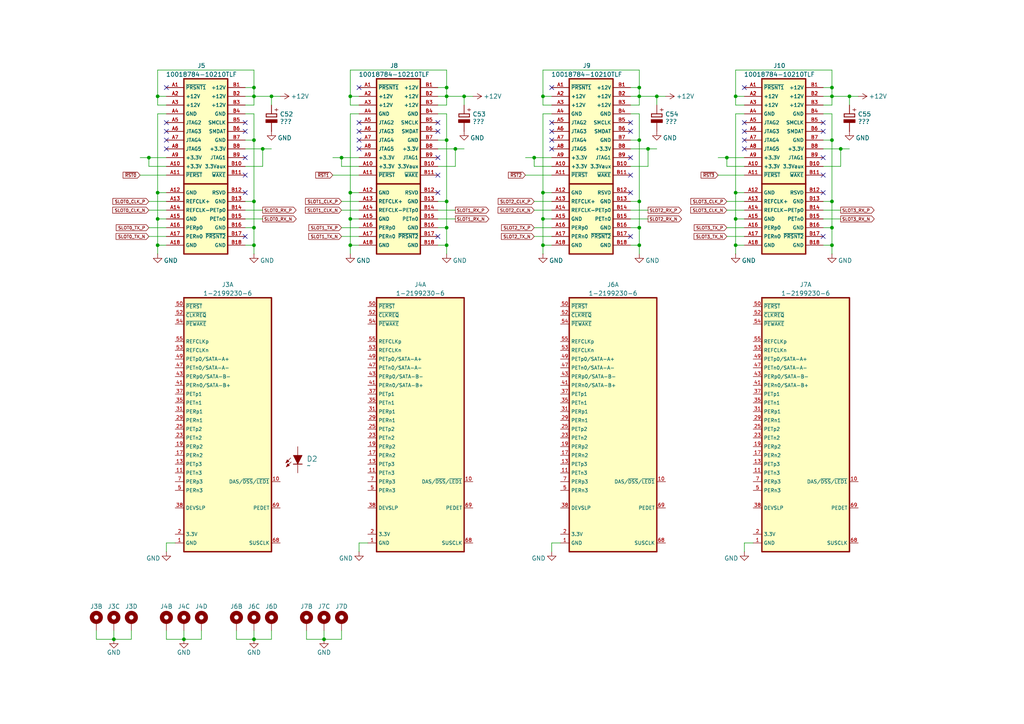
<source format=kicad_sch>
(kicad_sch (version 20231120) (generator "eeschema") (generator_version "8.0")
  (paper "A4")
  (title_block (date "2024-12-12") (rev "r1B1") (company "Chili.CHIPS"))
  (lib_symbols
    (symbol "PCM_Chili-chips:10018784-10210TLF"
      (property "Reference" "J" (at 0 0.635 0))
      (property "Value" "10018784-10210TLF" (at -4.445 -53.34 0))
      (symbol "10018784-10210TLF_1_0"
        (polyline (pts (xy 0 -30.48) (xy 12.7 -30.48)) (stroke (width 0.4064)))
        (rectangle (start 0 0) (end 12.7 -50.8) (stroke (width 0.4064)) (fill (type background)))
        (pin passive line (at -5.08 -2.54 0) (length 5.08) (name "~{PRSNT1}") (number "A1"))
        (pin power_in line (at -5.08 -25.4 0) (length 5.08) (name "+3.3V") (number "A10"))
        (pin input line (at -5.08 -27.94 0) (length 5.08) (name "~{PERST}") (number "A11"))
        (pin power_in line (at -5.08 -33.02 0) (length 5.08) (name "GND") (number "A12"))
        (pin input line (at -5.08 -35.56 0) (length 5.08) (name "REFCLK+") (number "A13"))
        (pin input line (at -5.08 -38.1 0) (length 5.08) (name "REFCLK-") (number "A14"))
        (pin power_in line (at -5.08 -40.64 0) (length 5.08) (name "GND") (number "A15"))
        (pin output line (at -5.08 -43.18 0) (length 5.08) (name "PERp0") (number "A16"))
        (pin output line (at -5.08 -45.72 0) (length 5.08) (name "PERn0") (number "A17"))
        (pin power_in line (at -5.08 -48.26 0) (length 5.08) (name "GND") (number "A18"))
        (pin power_in line (at -5.08 -5.08 0) (length 5.08) (name "+12V") (number "A2"))
        (pin power_in line (at -5.08 -7.62 0) (length 5.08) (name "+12V") (number "A3"))
        (pin power_in line (at -5.08 -10.16 0) (length 5.08) (name "GND") (number "A4"))
        (pin input line (at -5.08 -12.7 0) (length 5.08) (name "JTAG2") (number "A5"))
        (pin input line (at -5.08 -15.24 0) (length 5.08) (name "JTAG3") (number "A6"))
        (pin output line (at -5.08 -17.78 0) (length 5.08) (name "JTAG4") (number "A7"))
        (pin input line (at -5.08 -20.32 0) (length 5.08) (name "JTAG5") (number "A8"))
        (pin power_in line (at -5.08 -22.86 0) (length 5.08) (name "+3.3V") (number "A9"))
        (pin power_in line (at 17.78 -2.54 180) (length 5.08) (name "+12V") (number "B1"))
        (pin passive line (at 17.78 -25.4 180) (length 5.08) (name "3.3Vaux") (number "B10"))
        (pin open_collector line (at 17.78 -27.94 180) (length 5.08) (name "~{WAKE}") (number "B11"))
        (pin passive line (at 17.78 -33.02 180) (length 5.08) (name "RSVD") (number "B12"))
        (pin power_in line (at 17.78 -35.56 180) (length 5.08) (name "GND") (number "B13"))
        (pin input line (at 17.78 -38.1 180) (length 5.08) (name "PETp0") (number "B14"))
        (pin input line (at 17.78 -40.64 180) (length 5.08) (name "PETn0") (number "B15"))
        (pin power_in line (at 17.78 -43.18 180) (length 5.08) (name "GND") (number "B16"))
        (pin passive line (at 17.78 -45.72 180) (length 5.08) (name "~{PRSNT2}") (number "B17"))
        (pin power_in line (at 17.78 -48.26 180) (length 5.08) (name "GND") (number "B18"))
        (pin power_in line (at 17.78 -5.08 180) (length 5.08) (name "+12V") (number "B2"))
        (pin input line (at 17.78 -7.62 180) (length 5.08) (name "+12V") (number "B3"))
        (pin power_in line (at 17.78 -10.16 180) (length 5.08) (name "GND") (number "B4"))
        (pin input line (at 17.78 -12.7 180) (length 5.08) (name "SMCLK") (number "B5"))
        (pin bidirectional line (at 17.78 -15.24 180) (length 5.08) (name "SMDAT") (number "B6"))
        (pin power_in line (at 17.78 -17.78 180) (length 5.08) (name "GND") (number "B7"))
        (pin power_in line (at 17.78 -20.32 180) (length 5.08) (name "+3.3V") (number "B8"))
        (pin input line (at 17.78 -22.86 180) (length 5.08) (name "JTAG1") (number "B9"))
      )
    )
    (symbol "PCM_Chili-chips:Bus_M.2_Socket (with holes) 80 mm"
      (property "Reference" "J" (at 0 1.016 0))
      (symbol "Bus_M.2_Socket (with holes) 80 mm_1_1"
        (rectangle (start 0 0) (end 25.4 -73.66) (stroke (width 0.4064)) (fill (type background)))
        (pin power_in line (at -2.54 -71.12 0) (length 2.54) (name "GND") (number "1"))
        (pin bidirectional line (at 27.94 -53.34 180) (length 2.54) (name "DAS/~{DSS}/~{LED1}") (number "10"))
        (pin output line (at -2.54 -50.8 0) (length 2.54) (name "PETn3") (number "11"))
        (pin passive line (at -2.54 -68.58 0) (length 2.54) hide (name "3.3V") (number "12"))
        (pin output line (at -2.54 -48.26 0) (length 2.54) (name "PETp3") (number "13"))
        (pin passive line (at -2.54 -68.58 0) (length 2.54) hide (name "3.3V") (number "14"))
        (pin passive line (at -2.54 -71.12 0) (length 2.54) hide (name "GND") (number "15"))
        (pin passive line (at -2.54 -68.58 0) (length 2.54) hide (name "3.3V") (number "16"))
        (pin input line (at -2.54 -45.72 0) (length 2.54) (name "PERn2") (number "17"))
        (pin passive line (at -2.54 -68.58 0) (length 2.54) hide (name "3.3V") (number "18"))
        (pin input line (at -2.54 -43.18 0) (length 2.54) (name "PERp2") (number "19"))
        (pin power_in line (at -2.54 -68.58 0) (length 2.54) (name "3.3V") (number "2"))
        (pin no_connect line (at 27.94 -40.64 180) (length 2.54) hide (name "NC") (number "20"))
        (pin passive line (at -2.54 -71.12 0) (length 2.54) hide (name "GND") (number "21"))
        (pin no_connect line (at 27.94 -38.1 180) (length 2.54) hide (name "NC") (number "22"))
        (pin output line (at -2.54 -40.64 0) (length 2.54) (name "PETn2") (number "23"))
        (pin no_connect line (at 27.94 -35.56 180) (length 2.54) hide (name "NC") (number "24"))
        (pin output line (at -2.54 -38.1 0) (length 2.54) (name "PETp2") (number "25"))
        (pin no_connect line (at 27.94 -33.02 180) (length 2.54) hide (name "NC") (number "26"))
        (pin passive line (at -2.54 -71.12 0) (length 2.54) hide (name "GND") (number "27"))
        (pin no_connect line (at 27.94 -30.48 180) (length 2.54) hide (name "NC") (number "28"))
        (pin input line (at -2.54 -35.56 0) (length 2.54) (name "PERn1") (number "29"))
        (pin passive line (at -2.54 -71.12 0) (length 2.54) hide (name "GND") (number "3"))
        (pin no_connect line (at 27.94 -27.94 180) (length 2.54) hide (name "NC") (number "30"))
        (pin input line (at -2.54 -33.02 0) (length 2.54) (name "PERp1") (number "31"))
        (pin no_connect line (at 27.94 -25.4 180) (length 2.54) hide (name "NC") (number "32"))
        (pin passive line (at -2.54 -71.12 0) (length 2.54) hide (name "GND") (number "33"))
        (pin no_connect line (at 27.94 -22.86 180) (length 2.54) hide (name "NC") (number "34"))
        (pin output line (at -2.54 -30.48 0) (length 2.54) (name "PETn1") (number "35"))
        (pin no_connect line (at 27.94 -20.32 180) (length 2.54) hide (name "NC") (number "36"))
        (pin output line (at -2.54 -27.94 0) (length 2.54) (name "PETp1") (number "37"))
        (pin output line (at -2.54 -60.96 0) (length 2.54) (name "DEVSLP") (number "38"))
        (pin passive line (at -2.54 -71.12 0) (length 2.54) hide (name "GND") (number "39"))
        (pin passive line (at -2.54 -68.58 0) (length 2.54) hide (name "3.3V") (number "4"))
        (pin no_connect line (at 27.94 -17.78 180) (length 2.54) hide (name "NC") (number "40"))
        (pin input line (at -2.54 -25.4 0) (length 2.54) (name "PERn0/SATA-B+") (number "41"))
        (pin no_connect line (at 27.94 -15.24 180) (length 2.54) hide (name "NC") (number "42"))
        (pin input line (at -2.54 -22.86 0) (length 2.54) (name "PERp0/SATA-B-") (number "43"))
        (pin no_connect line (at 27.94 -12.7 180) (length 2.54) hide (name "NC") (number "44"))
        (pin passive line (at -2.54 -71.12 0) (length 2.54) hide (name "GND") (number "45"))
        (pin no_connect line (at 27.94 -10.16 180) (length 2.54) hide (name "NC") (number "46"))
        (pin output line (at -2.54 -20.32 0) (length 2.54) (name "PETn0/SATA-A-") (number "47"))
        (pin no_connect line (at 27.94 -7.62 180) (length 2.54) hide (name "NC") (number "48"))
        (pin output line (at -2.54 -17.78 0) (length 2.54) (name "PETp0/SATA-A+") (number "49"))
        (pin input line (at -2.54 -55.88 0) (length 2.54) (name "PERn3") (number "5"))
        (pin output line (at -2.54 -2.54 0) (length 2.54) (name "~{PERST}") (number "50"))
        (pin passive line (at -2.54 -71.12 0) (length 2.54) hide (name "GND") (number "51"))
        (pin bidirectional line (at -2.54 -5.08 0) (length 2.54) (name "~{CLKREQ}") (number "52"))
        (pin input line (at -2.54 -15.24 0) (length 2.54) (name "REFCLKn") (number "53"))
        (pin bidirectional line (at -2.54 -7.62 0) (length 2.54) (name "~{PEWAKE}") (number "54"))
        (pin input line (at -2.54 -12.7 0) (length 2.54) (name "REFCLKp") (number "55"))
        (pin no_connect line (at 27.94 -5.08 180) (length 2.54) hide (name "NC") (number "56"))
        (pin passive line (at -2.54 -71.12 0) (length 2.54) hide (name "GND") (number "57"))
        (pin no_connect line (at 27.94 -2.54 180) (length 2.54) hide (name "NC") (number "58"))
        (pin no_connect line (at 27.94 -45.72 180) (length 2.54) hide (name "NC") (number "6"))
        (pin no_connect line (at 27.94 -48.26 180) (length 2.54) hide (name "NC") (number "67"))
        (pin output line (at 27.94 -71.12 180) (length 2.54) (name "SUSCLK") (number "68"))
        (pin passive line (at 27.94 -60.96 180) (length 2.54) (name "PEDET") (number "69"))
        (pin input line (at -2.54 -53.34 0) (length 2.54) (name "PERp3") (number "7"))
        (pin passive line (at -2.54 -68.58 0) (length 2.54) hide (name "3.3V") (number "70"))
        (pin passive line (at -2.54 -71.12 0) (length 2.54) hide (name "GND") (number "71"))
        (pin passive line (at -2.54 -68.58 0) (length 2.54) hide (name "3.3V") (number "72"))
        (pin passive line (at -2.54 -71.12 0) (length 2.54) hide (name "GND") (number "73"))
        (pin passive line (at -2.54 -68.58 0) (length 2.54) hide (name "3.3V") (number "74"))
        (pin passive line (at -2.54 -71.12 0) (length 2.54) hide (name "GND") (number "75"))
        (pin passive line (at -2.54 -71.12 0) (length 2.54) hide (name "GND") (number "76"))
        (pin passive line (at -2.54 -71.12 0) (length 2.54) hide (name "GND") (number "77"))
        (pin no_connect line (at 27.94 -43.18 180) (length 2.54) hide (name "NC") (number "8"))
        (pin passive line (at -2.54 -71.12 0) (length 2.54) hide (name "GND") (number "9"))
      )
      (symbol "Bus_M.2_Socket (with holes) 80 mm_2_1"
        (circle (center 0 3.81) (radius 1.27) (stroke (width 1.27)))
        (pin passive line (at 0 0 90) (length 2.54) (name "Gnd") (number "GND"))
      )
      (symbol "Bus_M.2_Socket (with holes) 80 mm_3_1"
        (circle (center 0 3.81) (radius 1.27) (stroke (width 1.27)))
        (pin passive line (at 0 0 90) (length 2.54) (name "Gnd") (number "GND"))
      )
      (symbol "Bus_M.2_Socket (with holes) 80 mm_4_1"
        (circle (center 0 3.81) (radius 1.27) (stroke (width 1.27)))
        (pin passive line (at 0 0 90) (length 2.54) (name "Gnd") (number "GND"))
      )
    )
    (symbol "PCM_EEZ_discretes:DIODE_LED"
      (property "Reference" "D" (at 1.905 0.635 0))
      (symbol "DIODE_LED_1_0"
        (polyline (pts (xy -2.032 1.778) (xy -3.429 0.381)) (stroke (width 0.1524)))
        (polyline (pts (xy -1.905 0.635) (xy -3.302 -0.762)) (stroke (width 0.1524)))
        (polyline (pts (xy 0 0) (xy -1.27 0)) (stroke (width 0.254)))
        (polyline (pts (xy 0 2.54) (xy 0 0)) (stroke (width 0.1524)))
        (polyline (pts (xy 1.27 0) (xy 0 0)) (stroke (width 0.254)))
        (pin passive line (at 0 5.08 270) (length 2.54) (name "A") (number "A"))
        (pin passive line (at 0 -2.54 90) (length 2.54) (name "C") (number "C"))
      )
      (symbol "DIODE_LED_1_1"
        (polyline (pts (xy -3.429 0.381) (xy -3.048 1.27) (xy -2.54 0.762) (xy -3.429 0.381)) (fill (type outline)))
        (polyline (pts (xy -3.302 -0.762) (xy -2.921 0.127) (xy -2.413 -0.381) (xy -3.302 -0.762)) (fill (type outline)))
        (polyline (pts (xy -1.27 2.54) (xy 1.27 2.54) (xy 0 0) (xy -1.27 2.54)) (fill (type outline)))
      )
    )
    (symbol "PCM_EEZ_passives:ECAP"
      (property "Reference" "C" (at 1.143 0.4826 0))
      (symbol "ECAP_1_0"
        (rectangle (start -1.651 -2.54) (end 1.651 -1.651) (fill (type outline)))
        (polyline (pts (xy -1.524 -0.889) (xy 1.524 -0.889)) (stroke (width 0.254)))
        (polyline (pts (xy -1.524 0) (xy -1.524 -0.889)) (stroke (width 0.254)))
        (polyline (pts (xy -1.524 0) (xy 1.524 0)) (stroke (width 0.254)))
        (polyline (pts (xy 1.524 -0.889) (xy 1.524 0)) (stroke (width 0.254)))
        (text "+" (at -0.5842 0.4064 900) (effects (font (size 1.27 1.0795)) (justify left bottom)))
        (pin passive line (at 0 2.54 270) (length 2.54) (name "+") (number "+"))
        (pin passive line (at 0 -5.08 90) (length 2.54) (name "-") (number "-"))
      )
    )
    (symbol "power:+12V" (power) (pin_numbers hide) (pin_names (offset 0) hide)
      (property "Value" "+12V" (at 0 3.556 0))
      (symbol "+12V_0_1"
        (polyline (pts (xy -0.762 1.27) (xy 0 2.54)))
        (polyline (pts (xy 0 0) (xy 0 2.54)))
        (polyline (pts (xy 0 2.54) (xy 0.762 1.27)))
      )
      (symbol "+12V_1_1"
        (pin power_in line (at 0 0 90) (length 0) (name "~") (number "1"))
      )
    )
    (symbol "power:GND" (power) (pin_numbers hide) (pin_names (offset 0) hide)
      (property "Value" "GND" (at 0 -3.81 0))
      (symbol "GND_0_1"
        (polyline (pts (xy 0 0) (xy 0 -1.27) (xy 1.27 -1.27) (xy 0 -2.54) (xy -1.27 -1.27) (xy 0 -1.27)))
      )
      (symbol "GND_1_1"
        (pin power_in line (at 0 0 270) (length 0) (name "~") (number "1"))
      )
    )
  )
  (junction (at 73.66 25.4))
  (junction (at 185.42 27.94))
  (junction (at 246.38 27.94))
  (junction (at 99.06 45.72))
  (junction (at 45.72 63.5))
  (junction (at 101.6 63.5))
  (junction (at 129.54 40.64))
  (junction (at 157.48 63.5))
  (junction (at 129.54 58.42))
  (junction (at 157.48 27.94))
  (junction (at 73.66 27.94))
  (junction (at 129.54 27.94))
  (junction (at 134.62 27.94))
  (junction (at 213.36 63.5))
  (junction (at 190.5 27.94))
  (junction (at 241.3 25.4))
  (junction (at 213.36 27.94))
  (junction (at 45.72 27.94))
  (junction (at 241.3 58.42))
  (junction (at 185.42 40.64))
  (junction (at 185.42 25.4))
  (junction (at 73.66 71.12))
  (junction (at 213.36 71.12))
  (junction (at 101.6 71.12))
  (junction (at 241.3 66.04))
  (junction (at 129.54 71.12))
  (junction (at 185.42 58.42))
  (junction (at 241.3 27.94))
  (junction (at 210.82 45.72))
  (junction (at 101.6 27.94))
  (junction (at 157.48 71.12))
  (junction (at 157.48 55.88))
  (junction (at 78.74 27.94))
  (junction (at 73.66 58.42))
  (junction (at 33.02 185.42))
  (junction (at 129.54 66.04))
  (junction (at 154.94 45.72))
  (junction (at 73.66 66.04))
  (junction (at 45.72 55.88))
  (junction (at 53.34 185.42))
  (junction (at 185.42 66.04))
  (junction (at 243.84 43.18))
  (junction (at 43.18 45.72))
  (junction (at 132.08 43.18))
  (junction (at 45.72 71.12))
  (junction (at 73.66 40.64))
  (junction (at 76.2 43.18))
  (junction (at 101.6 55.88))
  (junction (at 185.42 71.12))
  (junction (at 129.54 25.4))
  (junction (at 93.98 185.42))
  (junction (at 241.3 40.64))
  (junction (at 73.66 185.42))
  (junction (at 241.3 71.12))
  (junction (at 213.36 55.88))
  (junction (at 187.96 43.18))
  (no_connect (at 71.12 55.88))
  (no_connect (at 182.88 35.56))
  (no_connect (at 182.88 45.72))
  (no_connect (at 160.02 38.1))
  (no_connect (at 127 50.8))
  (no_connect (at 238.76 55.88))
  (no_connect (at 48.26 43.18))
  (no_connect (at 160.02 25.4))
  (no_connect (at 182.88 55.88))
  (no_connect (at 160.02 40.64))
  (no_connect (at 104.14 35.56))
  (no_connect (at 48.26 40.64))
  (no_connect (at 182.88 68.58))
  (no_connect (at 127 35.56))
  (no_connect (at 215.9 43.18))
  (no_connect (at 71.12 50.8))
  (no_connect (at 48.26 38.1))
  (no_connect (at 71.12 45.72))
  (no_connect (at 215.9 40.64))
  (no_connect (at 104.14 25.4))
  (no_connect (at 215.9 35.56))
  (no_connect (at 127 45.72))
  (no_connect (at 238.76 38.1))
  (no_connect (at 160.02 43.18))
  (no_connect (at 48.26 35.56))
  (no_connect (at 182.88 38.1))
  (no_connect (at 127 38.1))
  (no_connect (at 71.12 35.56))
  (no_connect (at 104.14 40.64))
  (no_connect (at 215.9 38.1))
  (no_connect (at 104.14 38.1))
  (no_connect (at 182.88 50.8))
  (no_connect (at 71.12 68.58))
  (no_connect (at 238.76 50.8))
  (no_connect (at 71.12 38.1))
  (no_connect (at 104.14 43.18))
  (no_connect (at 238.76 35.56))
  (no_connect (at 238.76 45.72))
  (no_connect (at 127 55.88))
  (no_connect (at 160.02 35.56))
  (no_connect (at 238.76 68.58))
  (no_connect (at 48.26 25.4))
  (no_connect (at 215.9 25.4))
  (no_connect (at 127 68.58))
  (wire (pts (xy 129.54 71.12) (xy 129.54 66.04)))
  (wire (pts (xy 78.74 182.88) (xy 78.74 185.42)))
  (wire (pts (xy 50.8 157.48) (xy 48.26 157.48)))
  (wire (pts (xy 241.3 25.4) (xy 241.3 20.32)))
  (wire (pts (xy 73.66 40.64) (xy 73.66 58.42)))
  (wire (pts (xy 241.3 71.12) (xy 241.3 73.66)))
  (wire (pts (xy 215.9 30.48) (xy 213.36 30.48)))
  (wire (pts (xy 243.84 48.26) (xy 238.76 48.26)))
  (wire (pts (xy 129.54 25.4) (xy 129.54 27.94)))
  (wire (pts (xy 104.14 30.48) (xy 101.6 30.48)))
  (wire (pts (xy 185.42 40.64) (xy 182.88 40.64)))
  (wire (pts (xy 160.02 33.02) (xy 157.48 33.02)))
  (wire (pts (xy 43.18 48.26) (xy 48.26 48.26)))
  (wire (pts (xy 129.54 33.02) (xy 129.54 40.64)))
  (wire (pts (xy 215.9 55.88) (xy 213.36 55.88)))
  (wire (pts (xy 132.08 48.26) (xy 127 48.26)))
  (wire (pts (xy 157.48 63.5) (xy 157.48 71.12)))
  (wire (pts (xy 213.36 71.12) (xy 213.36 73.66)))
  (wire (pts (xy 33.02 185.42) (xy 38.1 185.42)))
  (wire (pts (xy 93.98 185.42) (xy 99.06 185.42)))
  (wire (pts (xy 104.14 50.8) (xy 96.52 50.8)))
  (wire (pts (xy 73.66 71.12) (xy 73.66 73.66)))
  (wire (pts (xy 129.54 20.32) (xy 101.6 20.32)))
  (wire (pts (xy 129.54 30.48) (xy 127 30.48)))
  (wire (pts (xy 45.72 63.5) (xy 48.26 63.5)))
  (wire (pts (xy 210.82 60.96) (xy 215.9 60.96)))
  (wire (pts (xy 241.3 20.32) (xy 213.36 20.32)))
  (wire (pts (xy 185.42 58.42) (xy 185.42 66.04)))
  (wire (pts (xy 99.06 58.42) (xy 104.14 58.42)))
  (wire (pts (xy 241.3 25.4) (xy 241.3 27.94)))
  (wire (pts (xy 71.12 33.02) (xy 73.66 33.02)))
  (wire (pts (xy 88.9 182.88) (xy 88.9 185.42)))
  (wire (pts (xy 101.6 63.5) (xy 104.14 63.5)))
  (wire (pts (xy 160.02 45.72) (xy 154.94 45.72)))
  (wire (pts (xy 157.48 71.12) (xy 160.02 71.12)))
  (wire (pts (xy 215.9 50.8) (xy 208.28 50.8)))
  (wire (pts (xy 104.14 27.94) (xy 101.6 27.94)))
  (wire (pts (xy 137.16 27.94) (xy 134.62 27.94)))
  (wire (pts (xy 48.26 182.88) (xy 48.26 185.42)))
  (wire (pts (xy 78.74 27.94) (xy 78.74 30.48)))
  (wire (pts (xy 129.54 40.64) (xy 129.54 58.42)))
  (wire (pts (xy 101.6 30.48) (xy 101.6 27.94)))
  (wire (pts (xy 73.66 25.4) (xy 73.66 20.32)))
  (wire (pts (xy 185.42 71.12) (xy 185.42 73.66)))
  (wire (pts (xy 185.42 33.02) (xy 185.42 40.64)))
  (wire (pts (xy 190.5 27.94) (xy 190.5 30.48)))
  (wire (pts (xy 45.72 33.02) (xy 45.72 55.88)))
  (wire (pts (xy 185.42 25.4) (xy 185.42 20.32)))
  (wire (pts (xy 238.76 63.5) (xy 243.84 63.5)))
  (wire (pts (xy 190.5 27.94) (xy 185.42 27.94)))
  (wire (pts (xy 71.12 63.5) (xy 76.2 63.5)))
  (wire (pts (xy 129.54 58.42) (xy 127 58.42)))
  (wire (pts (xy 218.44 157.48) (xy 215.9 157.48)))
  (wire (pts (xy 215.9 33.02) (xy 213.36 33.02)))
  (wire (pts (xy 99.06 48.26) (xy 104.14 48.26)))
  (wire (pts (xy 213.36 33.02) (xy 213.36 55.88)))
  (wire (pts (xy 73.66 185.42) (xy 78.74 185.42)))
  (wire (pts (xy 213.36 55.88) (xy 213.36 63.5)))
  (wire (pts (xy 104.14 55.88) (xy 101.6 55.88)))
  (wire (pts (xy 101.6 33.02) (xy 101.6 55.88)))
  (wire (pts (xy 73.66 71.12) (xy 73.66 66.04)))
  (wire (pts (xy 73.66 20.32) (xy 45.72 20.32)))
  (wire (pts (xy 58.42 182.88) (xy 58.42 185.42)))
  (wire (pts (xy 154.94 58.42) (xy 160.02 58.42)))
  (wire (pts (xy 241.3 58.42) (xy 238.76 58.42)))
  (wire (pts (xy 27.94 182.88) (xy 27.94 185.42)))
  (wire (pts (xy 215.9 45.72) (xy 210.82 45.72)))
  (wire (pts (xy 154.94 68.58) (xy 160.02 68.58)))
  (wire (pts (xy 73.66 58.42) (xy 71.12 58.42)))
  (wire (pts (xy 93.98 182.88) (xy 93.98 185.42)))
  (wire (pts (xy 104.14 45.72) (xy 99.06 45.72)))
  (wire (pts (xy 134.62 43.18) (xy 132.08 43.18)))
  (wire (pts (xy 160.02 55.88) (xy 157.48 55.88)))
  (wire (pts (xy 73.66 27.94) (xy 71.12 27.94)))
  (wire (pts (xy 73.66 25.4) (xy 71.12 25.4)))
  (wire (pts (xy 45.72 63.5) (xy 45.72 71.12)))
  (wire (pts (xy 182.88 66.04) (xy 185.42 66.04)))
  (wire (pts (xy 101.6 71.12) (xy 101.6 73.66)))
  (wire (pts (xy 45.72 30.48) (xy 45.72 27.94)))
  (wire (pts (xy 193.04 27.94) (xy 190.5 27.94)))
  (wire (pts (xy 45.72 55.88) (xy 45.72 63.5)))
  (wire (pts (xy 152.4 45.72) (xy 154.94 45.72)))
  (wire (pts (xy 157.48 63.5) (xy 160.02 63.5)))
  (wire (pts (xy 53.34 185.42) (xy 58.42 185.42)))
  (wire (pts (xy 127 33.02) (xy 129.54 33.02)))
  (wire (pts (xy 45.72 71.12) (xy 48.26 71.12)))
  (wire (pts (xy 88.9 185.42) (xy 93.98 185.42)))
  (wire (pts (xy 73.66 27.94) (xy 73.66 30.48)))
  (wire (pts (xy 182.88 63.5) (xy 187.96 63.5)))
  (wire (pts (xy 101.6 71.12) (xy 104.14 71.12)))
  (wire (pts (xy 129.54 40.64) (xy 127 40.64)))
  (wire (pts (xy 187.96 43.18) (xy 187.96 48.26)))
  (wire (pts (xy 129.54 25.4) (xy 127 25.4)))
  (wire (pts (xy 73.66 58.42) (xy 73.66 66.04)))
  (wire (pts (xy 241.3 71.12) (xy 241.3 66.04)))
  (wire (pts (xy 48.26 45.72) (xy 43.18 45.72)))
  (wire (pts (xy 160.02 30.48) (xy 157.48 30.48)))
  (wire (pts (xy 241.3 58.42) (xy 241.3 66.04)))
  (wire (pts (xy 185.42 27.94) (xy 182.88 27.94)))
  (wire (pts (xy 73.66 33.02) (xy 73.66 40.64)))
  (wire (pts (xy 241.3 30.48) (xy 238.76 30.48)))
  (wire (pts (xy 129.54 58.42) (xy 129.54 66.04)))
  (wire (pts (xy 215.9 27.94) (xy 213.36 27.94)))
  (wire (pts (xy 43.18 45.72) (xy 43.18 48.26)))
  (wire (pts (xy 48.26 55.88) (xy 45.72 55.88)))
  (wire (pts (xy 101.6 63.5) (xy 101.6 71.12)))
  (wire (pts (xy 99.06 182.88) (xy 99.06 185.42)))
  (wire (pts (xy 43.18 68.58) (xy 48.26 68.58)))
  (wire (pts (xy 101.6 20.32) (xy 101.6 27.94)))
  (wire (pts (xy 238.76 66.04) (xy 241.3 66.04)))
  (wire (pts (xy 241.3 40.64) (xy 241.3 58.42)))
  (wire (pts (xy 241.3 40.64) (xy 238.76 40.64)))
  (wire (pts (xy 71.12 60.96) (xy 76.2 60.96)))
  (wire (pts (xy 160.02 27.94) (xy 157.48 27.94)))
  (wire (pts (xy 243.84 43.18) (xy 238.76 43.18)))
  (wire (pts (xy 48.26 185.42) (xy 53.34 185.42)))
  (wire (pts (xy 101.6 55.88) (xy 101.6 63.5)))
  (wire (pts (xy 76.2 48.26) (xy 71.12 48.26)))
  (wire (pts (xy 127 66.04) (xy 129.54 66.04)))
  (wire (pts (xy 132.08 43.18) (xy 132.08 48.26)))
  (wire (pts (xy 43.18 60.96) (xy 48.26 60.96)))
  (wire (pts (xy 185.42 40.64) (xy 185.42 58.42)))
  (wire (pts (xy 213.36 20.32) (xy 213.36 27.94)))
  (wire (pts (xy 243.84 43.18) (xy 243.84 48.26)))
  (wire (pts (xy 154.94 45.72) (xy 154.94 48.26)))
  (wire (pts (xy 162.56 157.48) (xy 160.02 157.48)))
  (wire (pts (xy 71.12 71.12) (xy 73.66 71.12)))
  (wire (pts (xy 208.28 45.72) (xy 210.82 45.72)))
  (wire (pts (xy 213.36 30.48) (xy 213.36 27.94)))
  (wire (pts (xy 213.36 63.5) (xy 213.36 71.12)))
  (wire (pts (xy 53.34 182.88) (xy 53.34 185.42)))
  (wire (pts (xy 73.66 25.4) (xy 73.66 27.94)))
  (wire (pts (xy 241.3 33.02) (xy 241.3 40.64)))
  (wire (pts (xy 182.88 33.02) (xy 185.42 33.02)))
  (wire (pts (xy 132.08 43.18) (xy 127 43.18)))
  (wire (pts (xy 127 60.96) (xy 132.08 60.96)))
  (wire (pts (xy 48.26 30.48) (xy 45.72 30.48)))
  (wire (pts (xy 73.66 182.88) (xy 73.66 185.42)))
  (wire (pts (xy 127 71.12) (xy 129.54 71.12)))
  (wire (pts (xy 238.76 60.96) (xy 243.84 60.96)))
  (wire (pts (xy 81.28 27.94) (xy 78.74 27.94)))
  (wire (pts (xy 210.82 58.42) (xy 215.9 58.42)))
  (wire (pts (xy 185.42 71.12) (xy 185.42 66.04)))
  (wire (pts (xy 185.42 20.32) (xy 157.48 20.32)))
  (wire (pts (xy 246.38 43.18) (xy 243.84 43.18)))
  (wire (pts (xy 157.48 30.48) (xy 157.48 27.94)))
  (wire (pts (xy 187.96 48.26) (xy 182.88 48.26)))
  (wire (pts (xy 48.26 33.02) (xy 45.72 33.02)))
  (wire (pts (xy 241.3 27.94) (xy 238.76 27.94)))
  (wire (pts (xy 154.94 66.04) (xy 160.02 66.04)))
  (wire (pts (xy 154.94 60.96) (xy 160.02 60.96)))
  (wire (pts (xy 246.38 27.94) (xy 246.38 30.48)))
  (wire (pts (xy 185.42 25.4) (xy 185.42 27.94)))
  (wire (pts (xy 248.92 27.94) (xy 246.38 27.94)))
  (wire (pts (xy 129.54 27.94) (xy 127 27.94)))
  (wire (pts (xy 134.62 27.94) (xy 134.62 30.48)))
  (wire (pts (xy 157.48 20.32) (xy 157.48 27.94)))
  (wire (pts (xy 68.58 182.88) (xy 68.58 185.42)))
  (wire (pts (xy 48.26 27.94) (xy 45.72 27.94)))
  (wire (pts (xy 182.88 71.12) (xy 185.42 71.12)))
  (wire (pts (xy 210.82 45.72) (xy 210.82 48.26)))
  (wire (pts (xy 106.68 157.48) (xy 104.14 157.48)))
  (wire (pts (xy 187.96 43.18) (xy 182.88 43.18)))
  (wire (pts (xy 127 63.5) (xy 132.08 63.5)))
  (wire (pts (xy 238.76 33.02) (xy 241.3 33.02)))
  (wire (pts (xy 157.48 71.12) (xy 157.48 73.66)))
  (wire (pts (xy 160.02 50.8) (xy 152.4 50.8)))
  (wire (pts (xy 182.88 60.96) (xy 187.96 60.96)))
  (wire (pts (xy 213.36 71.12) (xy 215.9 71.12)))
  (wire (pts (xy 68.58 185.42) (xy 73.66 185.42)))
  (wire (pts (xy 129.54 25.4) (xy 129.54 20.32)))
  (wire (pts (xy 99.06 68.58) (xy 104.14 68.58)))
  (wire (pts (xy 190.5 43.18) (xy 187.96 43.18)))
  (wire (pts (xy 40.64 45.72) (xy 43.18 45.72)))
  (wire (pts (xy 73.66 30.48) (xy 71.12 30.48)))
  (wire (pts (xy 76.2 43.18) (xy 71.12 43.18)))
  (wire (pts (xy 246.38 27.94) (xy 241.3 27.94)))
  (wire (pts (xy 43.18 66.04) (xy 48.26 66.04)))
  (wire (pts (xy 96.52 45.72) (xy 99.06 45.72)))
  (wire (pts (xy 129.54 71.12) (xy 129.54 73.66)))
  (wire (pts (xy 185.42 30.48) (xy 182.88 30.48)))
  (wire (pts (xy 215.9 157.48) (xy 215.9 160.02)))
  (wire (pts (xy 154.94 48.26) (xy 160.02 48.26)))
  (wire (pts (xy 157.48 33.02) (xy 157.48 55.88)))
  (wire (pts (xy 185.42 27.94) (xy 185.42 30.48)))
  (wire (pts (xy 73.66 40.64) (xy 71.12 40.64)))
  (wire (pts (xy 241.3 25.4) (xy 238.76 25.4)))
  (wire (pts (xy 99.06 45.72) (xy 99.06 48.26)))
  (wire (pts (xy 33.02 182.88) (xy 33.02 185.42)))
  (wire (pts (xy 104.14 157.48) (xy 104.14 160.02)))
  (wire (pts (xy 43.18 58.42) (xy 48.26 58.42)))
  (wire (pts (xy 48.26 50.8) (xy 40.64 50.8)))
  (wire (pts (xy 45.72 71.12) (xy 45.72 73.66)))
  (wire (pts (xy 99.06 66.04) (xy 104.14 66.04)))
  (wire (pts (xy 213.36 63.5) (xy 215.9 63.5)))
  (wire (pts (xy 45.72 20.32) (xy 45.72 27.94)))
  (wire (pts (xy 78.74 43.18) (xy 76.2 43.18)))
  (wire (pts (xy 76.2 43.18) (xy 76.2 48.26)))
  (wire (pts (xy 238.76 71.12) (xy 241.3 71.12)))
  (wire (pts (xy 210.82 48.26) (xy 215.9 48.26)))
  (wire (pts (xy 157.48 55.88) (xy 157.48 63.5)))
  (wire (pts (xy 134.62 27.94) (xy 129.54 27.94)))
  (wire (pts (xy 99.06 60.96) (xy 104.14 60.96)))
  (wire (pts (xy 48.26 157.48) (xy 48.26 160.02)))
  (wire (pts (xy 78.74 27.94) (xy 73.66 27.94)))
  (wire (pts (xy 104.14 33.02) (xy 101.6 33.02)))
  (wire (pts (xy 71.12 66.04) (xy 73.66 66.04)))
  (wire (pts (xy 241.3 27.94) (xy 241.3 30.48)))
  (wire (pts (xy 38.1 182.88) (xy 38.1 185.42)))
  (wire (pts (xy 185.42 58.42) (xy 182.88 58.42)))
  (wire (pts (xy 160.02 157.48) (xy 160.02 160.02)))
  (wire (pts (xy 185.42 25.4) (xy 182.88 25.4)))
  (wire (pts (xy 210.82 68.58) (xy 215.9 68.58)))
  (wire (pts (xy 210.82 66.04) (xy 215.9 66.04)))
  (wire (pts (xy 129.54 27.94) (xy 129.54 30.48)))
  (wire (pts (xy 27.94 185.42) (xy 33.02 185.42)))
  (global_label "~{RST2}" (shape input) (at 152.4 50.8 180) (effects (font (size 0.889 0.889))) (property "Intersheetrefs" "${INTERSHEET_REFS}" (effects (hide yes))))
  (global_label "SLOT1_CLK_P" (shape input) (at 99.06 58.42 180) (effects (font (size 0.889 0.889))) (property "Intersheetrefs" "${INTERSHEET_REFS}" (effects (hide yes))))
  (global_label "SLOT0_RX_P" (shape output) (at 76.2 60.96 0) (effects (font (size 0.889 0.889))) (property "Intersheetrefs" "${INTERSHEET_REFS}" (effects (hide yes))))
  (global_label "~{RST0}" (shape input) (at 40.64 50.8 180) (effects (font (size 0.889 0.889))) (property "Intersheetrefs" "${INTERSHEET_REFS}" (effects (hide yes))))
  (global_label "SLOT1_RX_P" (shape output) (at 132.08 60.96 0) (effects (font (size 0.889 0.889))) (property "Intersheetrefs" "${INTERSHEET_REFS}" (effects (hide yes))))
  (global_label "SLOT2_TX_P" (shape input) (at 154.94 66.04 180) (effects (font (size 0.889 0.889))) (property "Intersheetrefs" "${INTERSHEET_REFS}" (effects (hide yes))))
  (global_label "SLOT2_CLK_N" (shape input) (at 154.94 60.96 180) (effects (font (size 0.889 0.889))) (property "Intersheetrefs" "${INTERSHEET_REFS}" (effects (hide yes))))
  (global_label "SLOT1_CLK_N" (shape input) (at 99.06 60.96 180) (effects (font (size 0.889 0.889))) (property "Intersheetrefs" "${INTERSHEET_REFS}" (effects (hide yes))))
  (global_label "SLOT1_TX_N" (shape input) (at 99.06 68.58 180) (effects (font (size 0.889 0.889))) (property "Intersheetrefs" "${INTERSHEET_REFS}" (effects (hide yes))))
  (global_label "SLOT1_RX_N" (shape output) (at 132.08 63.5 0) (effects (font (size 0.889 0.889))) (property "Intersheetrefs" "${INTERSHEET_REFS}" (effects (hide yes))))
  (global_label "SLOT0_TX_N" (shape input) (at 43.18 68.58 180) (effects (font (size 0.889 0.889))) (property "Intersheetrefs" "${INTERSHEET_REFS}" (effects (hide yes))))
  (global_label "SLOT2_TX_N" (shape input) (at 154.94 68.58 180) (effects (font (size 0.889 0.889))) (property "Intersheetrefs" "${INTERSHEET_REFS}" (effects (hide yes))))
  (global_label "SLOT0_CLK_N" (shape input) (at 43.18 60.96 180) (effects (font (size 0.889 0.889))) (property "Intersheetrefs" "${INTERSHEET_REFS}" (effects (hide yes))))
  (global_label "~{RST3}" (shape input) (at 208.28 50.8 180) (effects (font (size 0.889 0.889))) (property "Intersheetrefs" "${INTERSHEET_REFS}" (effects (hide yes))))
  (global_label "SLOT2_RX_P" (shape output) (at 187.96 60.96 0) (effects (font (size 0.889 0.889))) (property "Intersheetrefs" "${INTERSHEET_REFS}" (effects (hide yes))))
  (global_label "SLOT1_TX_P" (shape input) (at 99.06 66.04 180) (effects (font (size 0.889 0.889))) (property "Intersheetrefs" "${INTERSHEET_REFS}" (effects (hide yes))))
  (global_label "SLOT3_TX_N" (shape input) (at 210.82 68.58 180) (effects (font (size 0.889 0.889))) (property "Intersheetrefs" "${INTERSHEET_REFS}" (effects (hide yes))))
  (global_label "SLOT0_CLK_P" (shape input) (at 43.18 58.42 180) (effects (font (size 0.889 0.889))) (property "Intersheetrefs" "${INTERSHEET_REFS}" (effects (hide yes))))
  (global_label "~{RST1}" (shape input) (at 96.52 50.8 180) (effects (font (size 0.889 0.889))) (property "Intersheetrefs" "${INTERSHEET_REFS}" (effects (hide yes))))
  (global_label "SLOT0_RX_N" (shape output) (at 76.2 63.5 0) (effects (font (size 0.889 0.889))) (property "Intersheetrefs" "${INTERSHEET_REFS}" (effects (hide yes))))
  (global_label "SLOT3_RX_N" (shape output) (at 243.84 63.5 0) (effects (font (size 0.889 0.889))) (property "Intersheetrefs" "${INTERSHEET_REFS}" (effects (hide yes))))
  (global_label "SLOT3_RX_P" (shape output) (at 243.84 60.96 0) (effects (font (size 0.889 0.889))) (property "Intersheetrefs" "${INTERSHEET_REFS}" (effects (hide yes))))
  (global_label "SLOT3_TX_P" (shape input) (at 210.82 66.04 180) (effects (font (size 0.889 0.889))) (property "Intersheetrefs" "${INTERSHEET_REFS}" (effects (hide yes))))
  (global_label "SLOT2_CLK_P" (shape input) (at 154.94 58.42 180) (effects (font (size 0.889 0.889))) (property "Intersheetrefs" "${INTERSHEET_REFS}" (effects (hide yes))))
  (global_label "SLOT0_TX_P" (shape input) (at 43.18 66.04 180) (effects (font (size 0.889 0.889))) (property "Intersheetrefs" "${INTERSHEET_REFS}" (effects (hide yes))))
  (global_label "SLOT3_CLK_P" (shape input) (at 210.82 58.42 180) (effects (font (size 0.889 0.889))) (property "Intersheetrefs" "${INTERSHEET_REFS}" (effects (hide yes))))
  (global_label "SLOT2_RX_N" (shape output) (at 187.96 63.5 0) (effects (font (size 0.889 0.889))) (property "Intersheetrefs" "${INTERSHEET_REFS}" (effects (hide yes))))
  (global_label "SLOT3_CLK_N" (shape input) (at 210.82 60.96 180) (effects (font (size 0.889 0.889))) (property "Intersheetrefs" "${INTERSHEET_REFS}" (effects (hide yes))))
  (symbol (lib_id "power:+12V") (at 248.92 27.94 270) (unit 1)
    (property "Reference" "#PWR068" (effects (hide yes)))
    (property "Value" "+12V" (at 254.635 27.94 90))
    (property "Description" "Power symbol creates a global label with name \"+12V\"" (effects (hide yes)))
  )
  (symbol (lib_id "power:GND") (at 48.26 160.02 0) (mirror y) (unit 1)
    (property "Reference" "#PWR071" (effects (hide yes)))
    (property "Value" "GND" (at 44.45 161.925 0))
    (property "Description" "Power symbol creates a global label with name \"GND\" , ground" (effects (hide yes)))
  )
  (symbol (lib_id "PCM_EEZ_passives:ECAP") (at 134.62 33.02 0) (mirror y) (unit 1)
    (property "Reference" "C53" (at 137.033 32.385 0) (effects (justify right top)))
    (property "Value" "???" (at 137.033 34.544 0) (effects (justify right top)))
    (property "DigiKey" "399-3683-1-ND" (effects (hide yes)))
    (property "Mouser" "80-T491A106K0067280" (effects (hide yes)))
    (property "TME" " T491A106K006AT" (effects (hide yes)))
  )
  (symbol (lib_id "PCM_Chili-chips:Bus_M.2_Socket (with holes) 80 mm") (at 78.74 182.88 0) (unit 4)
    (property "Reference" "J6" (at 78.74 175.895 0))
    (property "Value" "1-2199230-6" (effects (hide yes)))
    (property "Footprint" "PCM_Chili-chips:1-2199230-6 with holes (80 mm)" (effects (hide yes)))
  )
  (symbol (lib_id "PCM_EEZ_passives:ECAP") (at 78.74 33.02 0) (mirror y) (unit 1)
    (property "Reference" "C52" (at 81.153 32.385 0) (effects (justify right top)))
    (property "Value" "???" (at 81.153 34.544 0) (effects (justify right top)))
    (property "DigiKey" "399-3683-1-ND" (effects (hide yes)))
    (property "Mouser" "80-T491A106K0067280" (effects (hide yes)))
    (property "TME" " T491A106K006AT" (effects (hide yes)))
  )
  (symbol (lib_id "PCM_EEZ_passives:ECAP") (at 190.5 33.02 0) (mirror y) (unit 1)
    (property "Reference" "C54" (at 192.913 32.385 0) (effects (justify right top)))
    (property "Value" "???" (at 192.913 34.544 0) (effects (justify right top)))
    (property "DigiKey" "399-3683-1-ND" (effects (hide yes)))
    (property "Mouser" "80-T491A106K0067280" (effects (hide yes)))
    (property "TME" " T491A106K006AT" (effects (hide yes)))
  )
  (symbol (lib_id "PCM_Chili-chips:10018784-10210TLF") (at 53.34 22.86 0) (unit 1)
    (property "Reference" "J5" (at 58.42 19.05 0))
    (property "Value" "10018784-10210TLF" (at 58.42 21.59 0))
    (property "Footprint" "PCM_Chili-chips:AMPHENOL_10018784-10210TLF" (effects (hide yes)))
    (property "Description" "PCIe card connector, 36-pins" (effects (hide yes)))
  )
  (symbol (lib_id "PCM_Chili-chips:Bus_M.2_Socket (with holes) 80 mm") (at 48.26 182.88 0) (unit 2)
    (property "Reference" "J4" (at 48.26 175.895 0))
    (property "Value" "1-2199230-6" (effects (hide yes)))
    (property "Footprint" "PCM_Chili-chips:1-2199230-6 with holes (80 mm)" (effects (hide yes)))
  )
  (symbol (lib_id "power:GND") (at 101.6 73.66 0) (unit 1)
    (property "Reference" "#PWR057" (effects (hide yes)))
    (property "Value" "GND" (at 105.41 75.565 0))
    (property "Description" "Power symbol creates a global label with name \"GND\" , ground" (effects (hide yes)))
  )
  (symbol (lib_id "PCM_Chili-chips:Bus_M.2_Socket (with holes) 80 mm") (at 38.1 182.88 0) (unit 4)
    (property "Reference" "J3" (at 38.1 175.895 0))
    (property "Value" "1-2199230-6" (effects (hide yes)))
    (property "Footprint" "PCM_Chili-chips:1-2199230-6 with holes (80 mm)" (effects (hide yes)))
  )
  (symbol (lib_id "PCM_Chili-chips:Bus_M.2_Socket (with holes) 80 mm") (at 33.02 182.88 0) (unit 3)
    (property "Reference" "J3" (at 33.02 175.895 0))
    (property "Value" "1-2199230-6" (effects (hide yes)))
    (property "Footprint" "PCM_Chili-chips:1-2199230-6 with holes (80 mm)" (effects (hide yes)))
  )
  (symbol (lib_id "PCM_Chili-chips:Bus_M.2_Socket (with holes) 80 mm") (at 93.98 182.88 0) (unit 3)
    (property "Reference" "J7" (at 93.98 175.895 0))
    (property "Value" "1-2199230-6" (effects (hide yes)))
    (property "Footprint" "PCM_Chili-chips:1-2199230-6 with holes (80 mm)" (effects (hide yes)))
  )
  (symbol (lib_id "power:GND") (at 246.38 38.1 0) (unit 1)
    (property "Reference" "#PWR067" (effects (hide yes)))
    (property "Value" "GND" (at 250.19 40.005 0))
    (property "Description" "Power symbol creates a global label with name \"GND\" , ground" (effects (hide yes)))
  )
  (symbol (lib_id "PCM_Chili-chips:Bus_M.2_Socket (with holes) 80 mm") (at 73.66 182.88 0) (unit 3)
    (property "Reference" "J6" (at 73.66 175.895 0))
    (property "Value" "1-2199230-6" (effects (hide yes)))
    (property "Footprint" "PCM_Chili-chips:1-2199230-6 with holes (80 mm)" (effects (hide yes)))
  )
  (symbol (lib_id "PCM_Chili-chips:Bus_M.2_Socket (with holes) 80 mm") (at 58.42 182.88 0) (unit 4)
    (property "Reference" "J4" (at 58.42 175.895 0))
    (property "Value" "1-2199230-6" (effects (hide yes)))
    (property "Footprint" "PCM_Chili-chips:1-2199230-6 with holes (80 mm)" (effects (hide yes)))
  )
  (symbol (lib_id "power:GND") (at 104.14 160.02 0) (mirror y) (unit 1)
    (property "Reference" "#PWR072" (effects (hide yes)))
    (property "Value" "GND" (at 100.33 161.925 0))
    (property "Description" "Power symbol creates a global label with name \"GND\" , ground" (effects (hide yes)))
  )
  (symbol (lib_id "power:GND") (at 157.48 73.66 0) (unit 1)
    (property "Reference" "#PWR061" (effects (hide yes)))
    (property "Value" "GND" (at 161.29 75.565 0))
    (property "Description" "Power symbol creates a global label with name \"GND\" , ground" (effects (hide yes)))
  )
  (symbol (lib_id "power:GND") (at 78.74 38.1 0) (unit 1)
    (property "Reference" "#PWR054" (effects (hide yes)))
    (property "Value" "GND" (at 82.55 40.005 0))
    (property "Description" "Power symbol creates a global label with name \"GND\" , ground" (effects (hide yes)))
  )
  (symbol (lib_id "power:GND") (at 93.98 185.42 0) (mirror y) (unit 1)
    (property "Reference" "#PWR056" (effects (hide yes)))
    (property "Value" "GND" (at 93.98 189.23 0))
    (property "Description" "Power symbol creates a global label with name \"GND\" , ground" (effects (hide yes)))
  )
  (symbol (lib_id "PCM_Chili-chips:10018784-10210TLF") (at 165.1 22.86 0) (unit 1)
    (property "Reference" "J9" (at 170.18 19.05 0))
    (property "Value" "10018784-10210TLF" (at 170.18 21.59 0))
    (property "Footprint" "PCM_Chili-chips:AMPHENOL_10018784-10210TLF" (effects (hide yes)))
    (property "Description" "PCIe card connector, 36-pins" (effects (hide yes)))
  )
  (symbol (lib_id "PCM_EEZ_passives:ECAP") (at 246.38 33.02 0) (mirror y) (unit 1)
    (property "Reference" "C55" (at 248.793 32.385 0) (effects (justify right top)))
    (property "Value" "???" (at 248.793 34.544 0) (effects (justify right top)))
    (property "DigiKey" "399-3683-1-ND" (effects (hide yes)))
    (property "Mouser" "80-T491A106K0067280" (effects (hide yes)))
    (property "TME" " T491A106K006AT" (effects (hide yes)))
  )
  (symbol (lib_id "power:GND") (at 241.3 73.66 0) (unit 1)
    (property "Reference" "#PWR066" (effects (hide yes)))
    (property "Value" "GND" (at 245.11 75.565 0))
    (property "Description" "Power symbol creates a global label with name \"GND\" , ground" (effects (hide yes)))
  )
  (symbol (lib_id "power:GND") (at 73.66 185.42 0) (mirror y) (unit 1)
    (property "Reference" "#PWR053" (effects (hide yes)))
    (property "Value" "GND" (at 73.66 189.23 0))
    (property "Description" "Power symbol creates a global label with name \"GND\" , ground" (effects (hide yes)))
  )
  (symbol (lib_id "PCM_Chili-chips:Bus_M.2_Socket (with holes) 80 mm") (at 109.22 86.36 0) (unit 1)
    (property "Reference" "J4" (at 121.92 82.55 0))
    (property "Value" "1-2199230-6" (at 121.92 85.09 0))
    (property "Footprint" "PCM_Chili-chips:1-2199230-6 with holes (80 mm)" (effects (hide yes)))
  )
  (symbol (lib_id "power:GND") (at 53.34 185.42 0) (mirror y) (unit 1)
    (property "Reference" "#PWR051" (effects (hide yes)))
    (property "Value" "GND" (at 53.34 189.23 0))
    (property "Description" "Power symbol creates a global label with name \"GND\" , ground" (effects (hide yes)))
  )
  (symbol (lib_id "PCM_Chili-chips:Bus_M.2_Socket (with holes) 80 mm") (at 165.1 86.36 0) (unit 1)
    (property "Reference" "J6" (at 177.8 82.55 0))
    (property "Value" "1-2199230-6" (at 177.8 85.09 0))
    (property "Footprint" "PCM_Chili-chips:1-2199230-6 with holes (80 mm)" (effects (hide yes)))
  )
  (symbol (lib_id "PCM_Chili-chips:Bus_M.2_Socket (with holes) 80 mm") (at 53.34 86.36 0) (unit 1)
    (property "Reference" "J3" (at 66.04 82.55 0))
    (property "Value" "1-2199230-6" (at 66.04 85.09 0))
    (property "Footprint" "PCM_Chili-chips:1-2199230-6 with holes (80 mm)" (effects (hide yes)))
  )
  (symbol (lib_id "PCM_Chili-chips:Bus_M.2_Socket (with holes) 80 mm") (at 27.94 182.88 0) (unit 2)
    (property "Reference" "J3" (at 27.94 175.895 0))
    (property "Value" "1-2199230-6" (effects (hide yes)))
    (property "Footprint" "PCM_Chili-chips:1-2199230-6 with holes (80 mm)" (effects (hide yes)))
  )
  (symbol (lib_id "PCM_Chili-chips:Bus_M.2_Socket (with holes) 80 mm") (at 53.34 182.88 0) (unit 3)
    (property "Reference" "J4" (at 53.34 175.895 0))
    (property "Value" "1-2199230-6" (effects (hide yes)))
    (property "Footprint" "PCM_Chili-chips:1-2199230-6 with holes (80 mm)" (effects (hide yes)))
  )
  (symbol (lib_id "power:GND") (at 129.54 73.66 0) (unit 1)
    (property "Reference" "#PWR058" (effects (hide yes)))
    (property "Value" "GND" (at 133.35 75.565 0))
    (property "Description" "Power symbol creates a global label with name \"GND\" , ground" (effects (hide yes)))
  )
  (symbol (lib_id "power:GND") (at 215.9 160.02 0) (mirror y) (unit 1)
    (property "Reference" "#PWR074" (effects (hide yes)))
    (property "Value" "GND" (at 212.09 161.925 0))
    (property "Description" "Power symbol creates a global label with name \"GND\" , ground" (effects (hide yes)))
  )
  (symbol (lib_id "power:GND") (at 73.66 73.66 0) (unit 1)
    (property "Reference" "#PWR052" (effects (hide yes)))
    (property "Value" "GND" (at 77.47 75.565 0))
    (property "Description" "Power symbol creates a global label with name \"GND\" , ground" (effects (hide yes)))
  )
  (symbol (lib_id "power:GND") (at 134.62 38.1 0) (unit 1)
    (property "Reference" "#PWR059" (effects (hide yes)))
    (property "Value" "GND" (at 138.43 40.005 0))
    (property "Description" "Power symbol creates a global label with name \"GND\" , ground" (effects (hide yes)))
  )
  (symbol (lib_id "power:GND") (at 213.36 73.66 0) (unit 1)
    (property "Reference" "#PWR065" (effects (hide yes)))
    (property "Value" "GND" (at 217.17 75.565 0))
    (property "Description" "Power symbol creates a global label with name \"GND\" , ground" (effects (hide yes)))
  )
  (symbol (lib_id "PCM_Chili-chips:Bus_M.2_Socket (with holes) 80 mm") (at 220.98 86.36 0) (unit 1)
    (property "Reference" "J7" (at 233.68 82.55 0))
    (property "Value" "1-2199230-6" (at 233.68 85.09 0))
    (property "Footprint" "PCM_Chili-chips:1-2199230-6 with holes (80 mm)" (effects (hide yes)))
  )
  (symbol (lib_id "PCM_Chili-chips:Bus_M.2_Socket (with holes) 80 mm") (at 88.9 182.88 0) (unit 2)
    (property "Reference" "J7" (at 88.9 175.895 0))
    (property "Value" "1-2199230-6" (effects (hide yes)))
    (property "Footprint" "PCM_Chili-chips:1-2199230-6 with holes (80 mm)" (effects (hide yes)))
  )
  (symbol (lib_id "power:GND") (at 190.5 38.1 0) (unit 1)
    (property "Reference" "#PWR063" (effects (hide yes)))
    (property "Value" "GND" (at 194.31 40.005 0))
    (property "Description" "Power symbol creates a global label with name \"GND\" , ground" (effects (hide yes)))
  )
  (symbol (lib_id "power:GND") (at 185.42 73.66 0) (unit 1)
    (property "Reference" "#PWR062" (effects (hide yes)))
    (property "Value" "GND" (at 189.23 75.565 0))
    (property "Description" "Power symbol creates a global label with name \"GND\" , ground" (effects (hide yes)))
  )
  (symbol (lib_id "PCM_Chili-chips:10018784-10210TLF") (at 109.22 22.86 0) (unit 1)
    (property "Reference" "J8" (at 114.3 19.05 0))
    (property "Value" "10018784-10210TLF" (at 114.3 21.59 0))
    (property "Footprint" "PCM_Chili-chips:AMPHENOL_10018784-10210TLF" (effects (hide yes)))
    (property "Description" "PCIe card connector, 36-pins" (effects (hide yes)))
  )
  (symbol (lib_id "PCM_Chili-chips:Bus_M.2_Socket (with holes) 80 mm") (at 99.06 182.88 0) (unit 4)
    (property "Reference" "J7" (at 99.06 175.895 0))
    (property "Value" "1-2199230-6" (effects (hide yes)))
    (property "Footprint" "PCM_Chili-chips:1-2199230-6 with holes (80 mm)" (effects (hide yes)))
  )
  (symbol (lib_id "power:GND") (at 160.02 160.02 0) (mirror y) (unit 1)
    (property "Reference" "#PWR073" (effects (hide yes)))
    (property "Value" "GND" (at 156.21 161.925 0))
    (property "Description" "Power symbol creates a global label with name \"GND\" , ground" (effects (hide yes)))
  )
  (symbol (lib_id "power:GND") (at 45.72 73.66 0) (unit 1)
    (property "Reference" "#PWR050" (effects (hide yes)))
    (property "Value" "GND" (at 49.53 75.565 0))
    (property "Description" "Power symbol creates a global label with name \"GND\" , ground" (effects (hide yes)))
  )
  (symbol (lib_id "power:+12V") (at 137.16 27.94 270) (unit 1)
    (property "Reference" "#PWR060" (effects (hide yes)))
    (property "Value" "+12V" (at 142.875 27.94 90))
    (property "Description" "Power symbol creates a global label with name \"+12V\"" (effects (hide yes)))
  )
  (symbol (lib_id "power:+12V") (at 193.04 27.94 270) (unit 1)
    (property "Reference" "#PWR064" (effects (hide yes)))
    (property "Value" "+12V" (at 198.755 27.94 90))
    (property "Description" "Power symbol creates a global label with name \"+12V\"" (effects (hide yes)))
  )
  (symbol (lib_id "PCM_Chili-chips:10018784-10210TLF") (at 220.98 22.86 0) (unit 1)
    (property "Reference" "J10" (at 226.06 19.05 0))
    (property "Value" "10018784-10210TLF" (at 226.06 21.59 0))
    (property "Footprint" "PCM_Chili-chips:AMPHENOL_10018784-10210TLF" (effects (hide yes)))
    (property "Description" "PCIe card connector, 36-pins" (effects (hide yes)))
  )
  (symbol (lib_id "PCM_EEZ_discretes:DIODE_LED") (at 86.36 134.62 0) (unit 1)
    (property "Reference" "D2" (at 88.9 133.0959 0) (effects (font (size 1.524 1.524)) (justify left)))
    (property "Value" "~" (at 88.9 135.001 0) (effects (font (size 1.778 1.5113)) (justify left)))
    (property "Footprint" "PCM_EEZ_SMD:LED_LTST-C170KGKT_LTO-L" (effects (hide yes)))
    (property "DigiKey" "160-1414-2-ND" (effects (hide yes)))
    (property "Mouser" "859-LTST-C170KGKT" (effects (hide yes)))
    (property "TME" "LTST-C170KGKT" (effects (hide yes)))
  )
  (symbol (lib_id "power:GND") (at 33.02 185.42 0) (mirror y) (unit 1)
    (property "Reference" "#PWR049" (effects (hide yes)))
    (property "Value" "GND" (at 33.02 189.23 0))
    (property "Description" "Power symbol creates a global label with name \"GND\" , ground" (effects (hide yes)))
  )
  (symbol (lib_id "power:+12V") (at 81.28 27.94 270) (unit 1)
    (property "Reference" "#PWR055" (effects (hide yes)))
    (property "Value" "+12V" (at 86.995 27.94 90))
    (property "Description" "Power symbol creates a global label with name \"+12V\"" (effects (hide yes)))
  )
  (symbol (lib_id "PCM_Chili-chips:Bus_M.2_Socket (with holes) 80 mm") (at 68.58 182.88 0) (unit 2)
    (property "Reference" "J6" (at 68.58 175.895 0))
    (property "Value" "1-2199230-6" (effects (hide yes)))
    (property "Footprint" "PCM_Chili-chips:1-2199230-6 with holes (80 mm)" (effects (hide yes)))
  )
)
</source>
